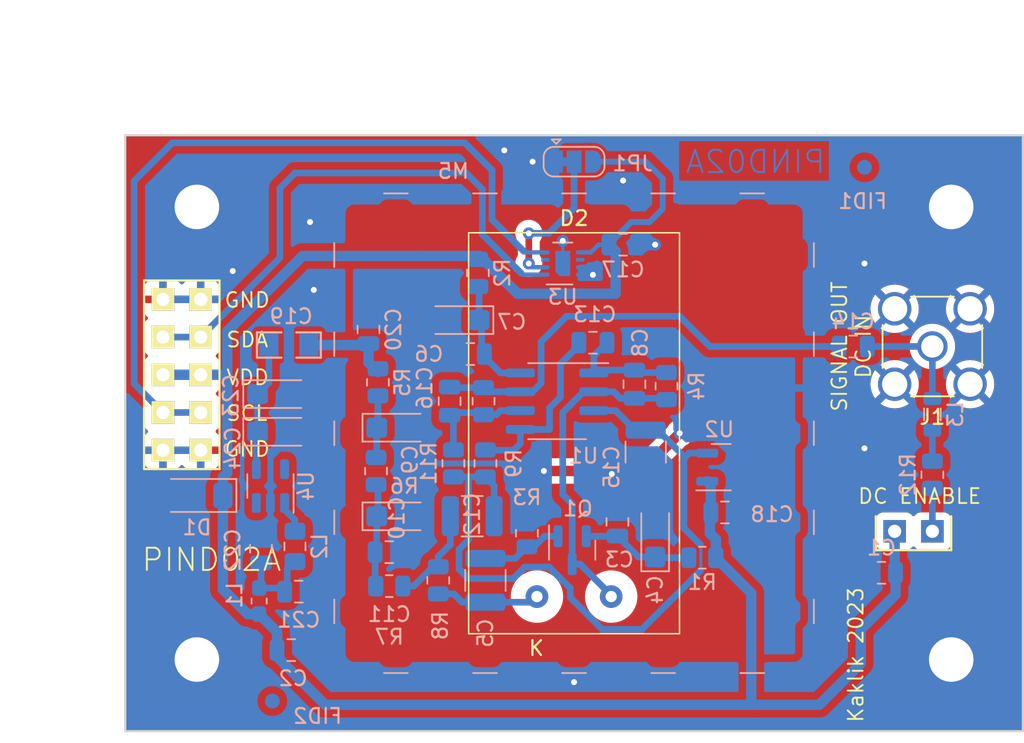
<source format=kicad_pcb>
(kicad_pcb (version 20221018) (generator pcbnew)
  (layers (0 "F.Cu" signal) (31 "B.Cu" signal) (34 "B.Paste" user) (35 "F.Paste" user) (36 "B.SilkS" user "B.Silkscreen") (37 "F.SilkS" user "F.Silkscreen") (38 "B.Mask" user) (39 "F.Mask" user) (44 "Edge.Cuts" user))
  (net 0 "")
  (net 1 "+5V")
  (net 2 "GND")
  (net 3 "VDD")
  (net 4 "Net-(Q1-D)")
  (net 5 "Net-(Q1-S)")
  (net 6 "/K")
  (net 7 "Net-(U1B-V+)")
  (net 8 "Net-(C13-Pad2)")
  (net 9 "/A")
  (net 10 "Net-(C9-Pad1)")
  (net 11 "Net-(C10-Pad1)")
  (net 12 "Net-(C12-Pad1)")
  (net 13 "/REF")
  (net 14 "Net-(U1B-+)")
  (net 15 "Net-(J1-In)")
  (net 16 "Net-(C14-Pad2)")
  (net 17 "Net-(U1B--)")
  (net 18 "Net-(U4-VOUT)")
  (net 19 "Net-(C21-Pad1)")
  (net 20 "Net-(U3-SDA)")
  (net 21 "Net-(U3-SCL)")
  (net 22 "Net-(J3-Pad2)")
  (net 23 "Net-(JP1-C)")
  (net 24 "Net-(U4-SW)")
  (net 25 "Net-(L3-Pad1)")
  (net 30 "GNDA")
  (footprint "Mlab_Pin_Headers:Straight_2x05" (layer "F.Cu") (at 122.084 101.063)
    (fp_text reference "J2" hide)
    (fp_text value "MLAB I2C interface" hide)
  )
  (footprint "Mlab_Mechanical:MountingHole_3mm" (layer "F.Cu") (at 173.9 89.76)
    (fp_text reference "M2" hide)
    (fp_text value "HOLE M3" hide)
  )
  (footprint "Mlab_Pin_Headers:Straight_2x01" (layer "F.Cu") (at 171.36 111.604)
    (fp_text reference "J3" hide)
    (fp_text value "HEADER_2x01" hide)
  )
  (footprint "Mlab_Mechanical:MountingHole_3mm" (layer "F.Cu") (at 173.9 120.24)
    (fp_text reference "M4" hide)
    (fp_text value "HOLE" hide)
  )
  (footprint "Connector_Coaxial:SMA_Amphenol_901-144_Vertical" (layer "F.Cu") (at 172.63 99.158 180)
    (fp_text reference "J1")
    (fp_text value "Conn_Coaxial")
  )
  (footprint "Mlab_Mechanical:MountingHole_3mm" (layer "F.Cu") (at 123.1 120.24)
    (fp_text reference "M3" hide)
    (fp_text value "HOLE" hide)
  )
  (footprint "Mlab_Mechanical:MountingHole_3mm" (layer "F.Cu") (at 123.1 89.76)
    (fp_text reference "M1" hide)
    (fp_text value "HOLE M3" hide)
  )
  (footprint "Mlab_D:HAMAMATSU_S2744-09" (layer "F.Cu") (at 148.5 105 90)
    (fp_text reference "D2")
    (fp_text value "S2744-09" hide)
  )
  (footprint "Capacitor_SMD:C_0805_2012Metric" (layer "B.Cu") (at 127.418 112.777 90)
    (fp_text reference "C22")
    (fp_text value "100nF")
  )
  (footprint "Inductor_SMD:L_0805_2012Metric" (layer "B.Cu") (at 172.630001 103.73 90)
    (fp_text reference "L3")
    (fp_text value "L")
  )
  (footprint "Capacitor_SMD:C_0805_2012Metric" (layer "B.Cu") (at 151.421 110.969 90)
    (fp_text reference "C3")
    (fp_text value "100nF")
  )
  (footprint "Inductor_SMD:L_0805_2012Metric_Pad1.15x1.40mm_HandSolder" (layer "B.Cu") (at 129.704 112.62 90)
    (fp_text reference "L2")
    (fp_text value "DFE252012P-4R7M")
  )
  (footprint "NetTie:NetTie-2_SMD_Pad0.5mm" (layer "B.Cu") (at 163.74 101.952)
    (fp_text reference "JP2" hide)
    (fp_text value "Jumper_2_Bridged" hide)
  )
  (footprint "Capacitor_SMD:C_0805_2012Metric" (layer "B.Cu") (at 134.657 98.015 90)
    (fp_text reference "C20")
    (fp_text value "100nF")
  )
  (footprint "Resistor_SMD:R_0805_2012Metric" (layer "B.Cu") (at 139.356 114.906 90)
    (fp_text reference "R8")
    (fp_text value "4k7")
  )
  (footprint "Resistor_SMD:R_0805_2012Metric" (layer "B.Cu") (at 172.63 107.794 -90)
    (fp_text reference "R12")
    (fp_text value "100")
  )
  (footprint "Capacitor_SMD:C_0805_2012Metric" (layer "B.Cu") (at 169.201 114.398 180)
    (fp_text reference "C1")
    (fp_text value "10uF")
  )
  (footprint "Capacitor_SMD:C_0805_2012Metric" (layer "B.Cu") (at 152.564 101.698 -90)
    (fp_text reference "C8")
    (fp_text value "1pF/NP0 251R15S1R0AV4E")
  )
  (footprint "Capacitor_SMD:C_0805_2012Metric" (layer "B.Cu") (at 129.958 115.668)
    (fp_text reference "C21")
    (fp_text value "10uF")
  )
  (footprint "Capacitor_SMD:C_0805_2012Metric" (layer "B.Cu") (at 136.054 113.009)
    (fp_text reference "C11")
    (fp_text value "100nF")
  )
  (footprint "Diode_SMD:D_MiniMELF" (layer "B.Cu") (at 123.1 109.191 180)
    (fp_text reference "D1")
    (fp_text value "BZV55C-6,2V")
  )
  (footprint "Resistor_SMD:R_0805_2012Metric" (layer "B.Cu") (at 142.404 102.841 -90)
    (fp_text reference "R10" hide)
    (fp_text value "4k7")
  )
  (footprint "Resistor_SMD:R_0805_2012Metric" (layer "B.Cu") (at 142.531 107.032 90)
    (fp_text reference "R9")
    (fp_text value "10k")
  )
  (footprint "Resistor_SMD:R_0805_2012Metric" (layer "B.Cu") (at 135.165 107.548 90)
    (fp_text reference "R6")
    (fp_text value "4k7")
  )
  (footprint "Capacitor_SMD:C_1210_3225Metric" (layer "B.Cu") (at 141.642 110.588)
    (fp_text reference "C12")
    (fp_text value "1uF")
  )
  (footprint "Mlab_L:FIR_0805" (layer "B.Cu") (at 129.295 99.061)
    (fp_text reference "C19")
    (fp_text value "NFM21PC105-1uF" hide)
  )
  (footprint "Fiducial:Fiducial_1mm_Mask2mm" (layer "B.Cu") (at 168.058 87.093 180)
    (fp_text reference "FID1")
    (fp_text value "Fiducial")
  )
  (footprint "Capacitor_Tantalum_SMD:CP_EIA-3216-18_Kemet-A" (layer "B.Cu") (at 136.562 110.596)
    (fp_text reference "C10")
    (fp_text value "10uF")
  )
  (footprint "Package_TO_SOT_SMD:SOT-23" (layer "B.Cu") (at 148.373 112.874 -90)
    (fp_text reference "Q1")
    (fp_text value "2SK2394-6")
  )
  (footprint "Capacitor_Tantalum_SMD:CP_EIA-3216-18_Kemet-A" (layer "B.Cu") (at 128.533 102.363)
    (fp_text reference "C23")
    (fp_text value "10uF")
  )
  (footprint "Capacitor_SMD:C_0805_2012Metric" (layer "B.Cu") (at 149.77 98.904)
    (fp_text reference "C13")
    (fp_text value "100nF")
  )
  (footprint "Capacitor_SMD:C_0805_2012Metric" (layer "B.Cu") (at 151.802 92.3)
    (fp_text reference "C17")
    (fp_text value "100nF")
  )
  (footprint "RF_Shielding:Laird_Technologies_BMI-S-204-F_32.00x32.00mm" (layer "B.Cu") (at 148.5 105 180)
    (fp_text reference "M5")
    (fp_text value "RFShield_TwoPieces")
  )
  (footprint "Capacitor_SMD:C_1210_3225Metric" (layer "B.Cu") (at 153.326 106.27 -90)
    (fp_text reference "C15")
    (fp_text value "1uF")
  )
  (footprint "Capacitor_SMD:C_0805_2012Metric" (layer "B.Cu") (at 158.66 110.334)
    (fp_text reference "C18")
    (fp_text value "100nF")
  )
  (footprint "Sensor_Humidity:Sensirion_DFN-8-1EP_2.5x2.5mm_P0.5mm_EP1.1x1.7mm" (layer "B.Cu") (at 147.738 93.57)
    (fp_text reference "U3")
    (fp_text value "SHT31-DIS")
  )
  (footprint "Resistor_SMD:R_0805_2012Metric" (layer "B.Cu") (at 135.292 101.571 90)
    (fp_text reference "R5")
    (fp_text value "4k7")
  )
  (footprint "Fiducial:Fiducial_1mm_Mask2mm" (layer "B.Cu") (at 128.18 123.034 180)
    (fp_text reference "FID2")
    (fp_text value "Fiducial")
  )
  (footprint "Resistor_SMD:R_0805_2012Metric" (layer "B.Cu") (at 140.372 107.032 -90)
    (fp_text reference "R11")
    (fp_text value "1k")
  )
  (footprint "Package_TO_SOT_SMD:SOT-23" (layer "B.Cu") (at 158.406 107.286)
    (fp_text reference "U2")
    (fp_text value "ISL21080DIH312Z-TK")
  )
  (footprint "Capacitor_Tantalum_SMD:CP_EIA-3216-18_Kemet-A" (layer "B.Cu") (at 136.562 104.627)
    (fp_text reference "C9")
    (fp_text value "10uF")
  )
  (footprint "Resistor_SMD:R_0805_2012Metric" (layer "B.Cu") (at 154.723 101.825 -90)
    (fp_text reference "R4")
    (fp_text value "10M")
  )
  (footprint "Capacitor_SMD:C_0805_2012Metric" (layer "B.Cu") (at 141.515 99.666 180)
    (fp_text reference "C6")
    (fp_text value "100nF")
  )
  (footprint "Capacitor_SMD:C_0805_2012Metric" (layer "B.Cu") (at 129.45 119.605)
    (fp_text reference "C2")
    (fp_text value "100nF")
  )
  (footprint "Capacitor_Tantalum_SMD:CP_EIA-3216-18_Kemet-A" (layer "B.Cu") (at 153.961 111.985 90)
    (fp_text reference "C4")
    (fp_text value "10uF")
  )
  (footprint "Resistor_SMD:R_0805_2012Metric" (layer "B.Cu") (at 142.023 94.205 90)
    (fp_text reference "R2")
    (fp_text value "470R")
  )
  (footprint "Package_TO_SOT_SMD:SOT-23-5" (layer "B.Cu") (at 128.053 108.556 90)
    (fp_text reference "U4")
    (fp_text value "TPS613222ADBV")
  )
  (footprint "Resistor_SMD:R_0805_2012Metric" (layer "B.Cu") (at 157.136 113.382)
    (fp_text reference "R1")
    (fp_text value "470R")
  )
  (footprint "Capacitor_SMD:C_0805_2012Metric" (layer "B.Cu") (at 167.296 99.158 180)
    (fp_text reference "C14")
    (fp_text value "100nF")
  )
  (footprint "Capacitor_Tantalum_SMD:CP_EIA-3216-18_Kemet-A" (layer "B.Cu") (at 140.753 97.38 180)
    (fp_text reference "C7")
    (fp_text value "10uF")
  )
  (footprint "Package_SO:SOIC-8_3.9x4.9mm_P1.27mm" (layer "B.Cu") (at 147.357 102.841 180)
    (fp_text reference "U1")
    (fp_text value "OPA2314")
  )
  (footprint "Capacitor_Tantalum_SMD:CP_EIA-3216-18_Kemet-A" (layer "B.Cu") (at 128.533 104.903)
    (fp_text reference "C24")
    (fp_text value "10uF")
  )
  (footprint "Capacitor_SMD:C_0805_2012Metric" (layer "B.Cu") (at 140.118 102.841 -90)
    (fp_text reference "C16")
    (fp_text value "3n3")
  )
  (footprint "Resistor_SMD:R_0805_2012Metric" (layer "B.Cu") (at 145.325 111.731 90)
    (fp_text reference "R3")
    (fp_text value "4k7")
  )
  (footprint "Inductor_SMD:L_0603_1608Metric_Pad1.05x0.95mm_HandSolder" (layer "B.Cu") (at 127.291 116.303 90)
    (fp_text reference "L1")
    (fp_text value "NL03KT330")
  )
  (footprint "Capacitor_SMD:C_1210_3225Metric" (layer "B.Cu") (at 142.531 114.906 -90)
    (fp_text reference "C5")
    (fp_text value "1uF")
  )
  (footprint "Jumper:SolderJumper-3_P1.3mm_Bridged12_RoundedPad1.0x1.5mm" (layer "B.Cu") (at 148.5 86.712)
    (fp_text reference "JP1")
    (fp_text value "Address select")
  )
  (footprint "Resistor_SMD:R_0805_2012Metric" (layer "B.Cu") (at 136.054 115.295 180)
    (fp_text reference "R7")
    (fp_text value "4k7")
  )
  (gr_rect (start 118.274 84.934) (end 178.726 125.066) (stroke (width 0.15)) (fill none) (layer "Edge.Cuts"))
  (gr_text "PIND02A" (at 165.518 87.601) (layer "B.Cu") (effects (font (size 1.5 1.5) (thickness 0.127)) (justify left bottom mirror)))
  (gr_text "SDA" (at 125.005 99.285) (layer "F.SilkS") (effects (font (size 1 1) (thickness 0.127)) (justify left bottom)))
  (gr_text "VDD" (at 125.005 101.825) (layer "F.SilkS") (effects (font (size 1 1) (thickness 0.127)) (justify left bottom)))
  (gr_text "DC ENABLE" (at 167.55 109.826) (layer "F.SilkS") (effects (font (size 1 1) (thickness 0.127)) (justify left bottom)))
  (gr_text "GND" (at 124.878 106.651) (layer "F.SilkS") (effects (font (size 1 1) (thickness 0.127)) (justify left bottom)))
  (gr_text "SIGNAL OUT\nDC IN" (at 168.566 99.158 90) (layer "F.SilkS") (effects (font (size 1 1) (thickness 0.127)) (justify bottom)))
  (gr_text "Kaklik 2023" (at 168.058 124.558 90) (layer "F.SilkS") (effects (font (size 1 1) (thickness 0.127)) (justify left bottom)))
  (gr_text "PIND02A" (at 119.29 114.398) (layer "F.SilkS") (effects (font (size 1.5 1.5) (thickness 0.127)) (justify left bottom)))
  (gr_text "SCL" (at 125.005 104.238) (layer "F.SilkS") (effects (font (size 1 1) (thickness 0.127)) (justify left bottom)))
  (gr_text "GND" (at 124.878 96.618) (layer "F.SilkS") (effects (font (size 1 1) (thickness 0.127)) (justify left bottom)))
  (segment (start 134.657 100.238) (end 135.292 100.873) (width 0.7) (layer "B.Cu") (net 1))
  (segment (start 134.657 98.965) (end 134.657 100.238) (width 0.7) (layer "B.Cu") (net 1))
  (segment (start 130.645 99.061) (end 134.561 99.061) (width 0.7) (layer "B.Cu") (net 1))
  (segment (start 134.561 99.061) (end 134.657 98.965) (width 0.7) (layer "B.Cu") (net 1))
  (via (at 151.802 87.982) (size 0.8) (drill 0.4) (layers "F.Cu" "B.Cu") (net 2))
  (via (at 145.706 86.712002) (size 0.8) (drill 0.4) (layers "F.Cu" "B.Cu") (net 2))
  (via (at 168.058 106.016) (size 0.8) (drill 0.4) (layers "F.Cu" "B.Cu") (net 2))
  (via (at 153.961 92.3) (size 0.8) (drill 0.4) (layers "F.Cu" "B.Cu") (net 2))
  (via (at 168.058 93.57) (size 0.8) (drill 0.4) (layers "F.Cu" "B.Cu") (net 2))
  (via (at 143.801 85.95) (size 0.8) (drill 0.4) (layers "F.Cu" "B.Cu") (net 2))
  (via (at 125.513 94.078) (size 0.8) (drill 0.4) (layers "F.Cu" "B.Cu") (net 2))
  (via (at 149.77 94.332) (size 0.8) (drill 0.4) (layers "F.Cu" "B.Cu") (net 2))
  (via (at 130.974 95.348) (size 0.8) (drill 0.4) (layers "F.Cu" "B.Cu") (net 2))
  (via (at 130.72 90.776) (size 0.8) (drill 0.4) (layers "F.Cu" "B.Cu") (net 2))
  (via (at 147.738 92.046) (size 0.8) (drill 0.4) (layers "F.Cu" "B.Cu") (net 2))
  (via (at 148.5 121.764) (size 0.8) (drill 0.4) (layers "F.Cu" "B.Cu") (net 2))
  (segment (start 151.5 88.284) (end 151.802 87.982) (width 0.4) (layer "B.Cu") (net 2))
  (segment (start 129.883 102.363) (end 129.295 101.775) (width 0.3) (layer "B.Cu") (net 2))
  (segment (start 129.295 101.775) (end 129.295 99.061) (width 0.3) (layer "B.Cu") (net 2))
  (segment (start 148.913 94.32) (end 148.913 93.945) (width 0.2) (layer "B.Cu") (net 2))
  (segment (start 148.913 94.32) (end 149.758 94.32) (width 0.2) (layer "B.Cu") (net 2))
  (segment (start 128.053 106.64534) (end 129.79534 104.903) (width 0.4) (layer "B.Cu") (net 2))
  (segment (start 152.752 92.3) (end 153.961 92.3) (width 0.7) (layer "B.Cu") (net 2))
  (segment (start 147.738 93.57) (end 147.738 92.046) (width 0.2) (layer "B.Cu") (net 2))
  (segment (start 129.79534 104.903) (end 129.883 104.903) (width 0.4) (layer "B.Cu") (net 2))
  (segment (start 128.053 109.6935) (end 128.053 106.64534) (width 0.4) (layer "B.Cu") (net 2))
  (segment (start 128.053 109.6935) (end 128.053 111.192) (width 0.4) (layer "B.Cu") (net 2))
  (segment (start 128.053 111.192) (end 127.418 111.827) (width 0.4) (layer "B.Cu") (net 2))
  (segment (start 149.758 94.32) (end 149.77 94.332) (width 0.2) (layer "B.Cu") (net 2))
  (segment (start 151.5 89.1) (end 151.5 88.284) (width 0.4) (layer "B.Cu") (net 2))
  (segment (start 123.838 101.063) (end 123.354 101.063) (width 0.7) (layer "F.Cu") (net 3))
  (segment (start 151.294 92.742) (end 150.852 92.3) (width 0.7) (layer "B.Cu") (net 3))
  (segment (start 170.151 114.398) (end 170.151 115.861) (width 0.7) (layer "B.Cu") (net 3))
  (segment (start 150.852 92.3) (end 150.151 92.3) (width 0.3) (layer "B.Cu") (net 3))
  (segment (start 157.4685 108.236) (end 157.71 108.4775) (width 0.7) (layer "B.Cu") (net 3))
  (segment (start 124.816 101.063) (end 123.354 101.063) (width 0.7) (layer "B.Cu") (net 3))
  (segment (start 128.5 118.387) (end 127.291 117.178) (width 0.7) (layer "B.Cu") (net 3))
  (segment (start 160.438 115.7715) (end 160.438 118.716) (width 0.7) (layer "B.Cu") (net 3))
  (segment (start 167.804 118.208) (end 167.804 120.494) (width 0.7) (layer "B.Cu") (net 3))
  (segment (start 124.85 115.513) (end 124.85 109.191) (width 0.7) (layer "B.Cu") (net 3))
  (segment (start 150.852 92.3) (end 150.457 92.695) (width 0.2) (layer "B.Cu") (net 3))
  (segment (start 154.469 89.887) (end 153.58 90.776) (width 0.4) (layer "B.Cu") (net 3))
  (segment (start 124.85 107.961098) (end 125.144098 107.667) (width 0.7) (layer "B.Cu") (net 3))
  (segment (start 144.69 95.602) (end 151.294 95.602) (width 0.7) (layer "B.Cu") (net 3))
  (segment (start 170.09 111.604) (end 170.09 114.337) (width 0.7) (layer "B.Cu") (net 3))
  (segment (start 152.348918 90.776) (end 150.852 92.272918) (width 0.4) (layer "B.Cu") (net 3))
  (segment (start 150.852 92.272918) (end 150.852 92.3) (width 0.4) (layer "B.Cu") (net 3))
  (segment (start 165.01 123.288) (end 160.438 123.288) (width 0.7) (layer "B.Cu") (net 3))
  (segment (start 153.58 90.776) (end 152.348918 90.776) (width 0.4) (layer "B.Cu") (net 3))
  (segment (start 149.8 86.712) (end 153.326 86.712) (width 0.4) (layer "B.Cu") (net 3))
  (segment (start 131.736 123.288) (end 128.5 120.052) (width 0.7) (layer "B.Cu") (net 3))
  (segment (start 126.515 117.178) (end 124.85 115.513) (width 0.7) (layer "B.Cu") (net 3))
  (segment (start 160.438 123.288) (end 131.736 123.288) (width 0.7) (layer "B.Cu") (net 3))
  (segment (start 167.804 120.494) (end 165.01 123.288) (width 0.7) (layer "B.Cu") (net 3))
  (segment (start 151.294 95.602) (end 151.294 92.742) (width 0.7) (layer "B.Cu") (net 3))
  (segment (start 127.291 117.178) (end 126.515 117.178) (width 0.7) (layer "B.Cu") (net 3))
  (segment (start 154.469 87.855) (end 154.469 89.887) (width 0.4) (layer "B.Cu") (net 3))
  (segment (start 125.144098 107.667) (end 125.144098 98.129902) (width 0.7) (layer "B.Cu") (net 3))
  (segment (start 157.71 108.4775) (end 157.71 110.334) (width 0.7) (layer "B.Cu") (net 3))
  (segment (start 153.326 86.712) (end 154.469 87.855) (width 0.4) (layer "B.Cu") (net 3))
  (segment (start 150.151 92.3) (end 149.631 92.82) (width 0.3) (layer "B.Cu") (net 3))
  (segment (start 130.212 93.062) (end 138.086 93.062) (width 0.7) (layer "B.Cu") (net 3))
  (segment (start 128.5 119.605) (end 128.5 118.387) (width 0.7) (layer "B.Cu") (net 3))
  (segment (start 128.5 120.052) (end 128.5 119.605) (width 0.7) (layer "B.Cu") (net 3))
  (segment (start 170.09 114.337) (end 170.151 114.398) (width 0.7) (layer "B.Cu") (net 3))
  (segment (start 170.151 115.861) (end 167.804 118.208) (width 0.7) (layer "B.Cu") (net 3))
  (segment (start 123.354 101.063) (end 120.814 101.063) (width 0.7) (layer "B.Cu") (net 3))
  (segment (start 142.15 93.062) (end 144.69 95.602) (width 0.7) (layer "B.Cu") (net 3))
  (segment (start 157.644 110.4) (end 157.71 110.334) (width 0.7) (layer "B.Cu") (net 3))
  (segment (start 158.0485 113.382) (end 160.438 115.7715) (width 0.7) (layer "B.Cu") (net 3))
  (segment (start 125.144098 98.129902) (end 130.212 93.062) (width 0.7) (layer "B.Cu") (net 3))
  (segment (start 138.086 93.062) (end 142.15 93.062) (width 0.7) (layer "B.Cu") (net 3))
  (segment (start 158.0485 112.1355) (end 157.644 111.731) (width 0.7) (layer "B.Cu") (net 3))
  (segment (start 160.438 123.288) (end 160.438 118.716) (width 0.7) (layer "B.Cu") (net 3))
  (segment (start 124.85 109.191) (end 124.85 107.961098) (width 0.7) (layer "B.Cu") (net 3))
  (segment (start 158.0485 113.382) (end 158.0485 112.1355) (width 0.7) (layer "B.Cu") (net 3))
  (segment (start 149.631 92.82) (end 148.913 92.82) (width 0.3) (layer "B.Cu") (net 3))
  (segment (start 157.644 111.731) (end 157.644 110.4) (width 0.7) (layer "B.Cu") (net 3))
  (segment (start 149.323 111.9365) (end 151.4035 111.9365) (width 0.45) (layer "B.Cu") (net 4))
  (segment (start 153.961 113.335) (end 154.008 113.382) (width 0.45) (layer "B.Cu") (net 4))
  (segment (start 152.837 113.335) (end 151.421 111.919) (width 0.45) (layer "B.Cu") (net 4))
  (segment (start 151.4035 111.9365) (end 151.421 111.919) (width 0.45) (layer "B.Cu") (net 4))
  (segment (start 154.008 113.382) (end 156.311 113.382) (width 0.45) (layer "B.Cu") (net 4))
  (segment (start 153.961 113.335) (end 152.837 113.335) (width 0.45) (layer "B.Cu") (net 4))
  (segment (start 142.834 113.128) (end 142.531 113.431) (width 0.45) (layer "B.Cu") (net 5))
  (segment (start 142.531 113.431) (end 144.5375 113.431) (width 0.45) (layer "B.Cu") (net 5))
  (segment (start 144.5375 113.431) (end 145.325 112.6435) (width 0.45) (layer "B.Cu") (net 5))
  (segment (start 145.8095 112.6435) (end 145.325 112.6435) (width 0.45) (layer "B.Cu") (net 5))
  (segment (start 147.423 111.9365) (end 146.5165 111.9365) (width 0.45) (layer "B.Cu") (net 5))
  (segment (start 146.5165 111.9365) (end 145.8095 112.6435) (width 0.45) (layer "B.Cu") (net 5))
  (segment (start 142.531 116.381) (end 140.958 116.381) (width 0.45) (layer "B.Cu") (net 6))
  (segment (start 142.531 116.381) (end 145.619 116.381) (width 0.45) (layer "B.Cu") (net 6))
  (segment (start 142.419 116.493) (end 142.531 116.381) (width 0.45) (layer "B.Cu") (net 6))
  (segment (start 140.958 116.381) (end 140.3955 115.8185) (width 0.45) (layer "B.Cu") (net 6))
  (segment (start 145.619 116.381) (end 146 116) (width 0.45) (layer "B.Cu") (net 6))
  (segment (start 140.3955 115.8185) (end 139.356 115.8185) (width 0.45) (layer "B.Cu") (net 6))
  (segment (start 142.277 97.554) (end 142.277 99.478) (width 0.45) (layer "B.Cu") (net 7))
  (segment (start 142.465 99.854) (end 143.547 100.936) (width 0.45) (layer "B.Cu") (net 7))
  (segment (start 142.103 95.1975) (end 142.023 95.1175) (width 0.45) (layer "B.Cu") (net 7))
  (segment (start 142.277 99.478) (end 142.465 99.666) (width 0.45) (layer "B.Cu") (net 7))
  (segment (start 143.547 100.936) (end 144.882 100.936) (width 0.45) (layer "B.Cu") (net 7))
  (segment (start 142.465 99.666) (end 142.465 99.854) (width 0.45) (layer "B.Cu") (net 7))
  (segment (start 142.103 97.38) (end 142.103 95.1975) (width 0.45) (layer "B.Cu") (net 7))
  (segment (start 142.103 97.38) (end 142.277 97.554) (width 0.45) (layer "B.Cu") (net 7))
  (segment (start 150.02 100.748) (end 149.832 100.936) (width 0.45) (layer "B.Cu") (net 8))
  (segment (start 149.832 99.792) (end 150.72 98.904) (width 0.45) (layer "B.Cu") (net 8))
  (segment (start 152.564 100.748) (end 150.02 100.748) (width 0.45) (layer "B.Cu") (net 8))
  (segment (start 154.723 100.9125) (end 152.7285 100.9125) (width 0.45) (layer "B.Cu") (net 8))
  (segment (start 152.7285 100.9125) (end 152.564 100.748) (width 0.45) (layer "B.Cu") (net 8))
  (segment (start 149.832 100.936) (end 149.832 99.792) (width 0.45) (layer "B.Cu") (net 8))
  (segment (start 149.135 102.206) (end 149.832 102.206) (width 0.45) (layer "B.Cu") (net 9))
  (segment (start 151.609 102.648) (end 152.564 102.648) (width 0.45) (layer "B.Cu") (net 9))
  (segment (start 154.6335 102.648) (end 154.723 102.7375) (width 0.45) (layer "B.Cu") (net 9))
  (segment (start 147.738 109.120414) (end 147.738 103.603) (width 0.45) (layer "B.Cu") (net 9))
  (segment (start 148.373 113.8115) (end 148.373 109.755414) (width 0.45) (layer "B.Cu") (net 9))
  (segment (start 149.832 102.206) (end 151.167 102.206) (width 0.45) (layer "B.Cu") (net 9))
  (segment (start 148.373 109.755414) (end 147.738 109.120414) (width 0.45) (layer "B.Cu") (net 9))
  (segment (start 151 116) (end 151 115.90625) (width 0.45) (layer "B.Cu") (net 9))
  (segment (start 148.90525 113.8115) (end 148.373 113.8115) (width 0.45) (layer "B.Cu") (net 9))
  (segment (start 151.167 102.206) (end 151.609 102.648) (width 0.45) (layer "B.Cu") (net 9))
  (segment (start 147.738 103.603) (end 149.135 102.206) (width 0.45) (layer "B.Cu") (net 9))
  (segment (start 151 115.90625) (end 148.90525 113.8115) (width 0.45) (layer "B.Cu") (net 9))
  (segment (start 152.564 102.648) (end 154.6335 102.648) (width 0.45) (layer "B.Cu") (net 9))
  (segment (start 135.292 104.547) (end 135.212 104.627) (width 0.45) (layer "B.Cu") (net 10))
  (segment (start 135.292 102.785) (end 135.292 104.547) (width 0.45) (layer "B.Cu") (net 10))
  (segment (start 135.212 106.389) (end 135.546 106.723) (width 0.45) (layer "B.Cu") (net 10))
  (segment (start 135.212 104.627) (end 135.212 106.389) (width 0.45) (layer "B.Cu") (net 10))
  (segment (start 135.104 114.785) (end 134.975 114.914) (width 0.45) (layer "B.Cu") (net 11))
  (segment (start 135.546 108.373) (end 135.292 108.627) (width 0.45) (layer "B.Cu") (net 11))
  (segment (start 135.212 110.596) (end 135.212 112.901) (width 0.45) (layer "B.Cu") (net 11))
  (segment (start 135.292 110.516) (end 135.212 110.596) (width 0.45) (layer "B.Cu") (net 11))
  (segment (start 135.292 108.627) (end 135.292 110.516) (width 0.45) (layer "B.Cu") (net 11))
  (segment (start 135.104 113.009) (end 135.104 114.785) (width 0.45) (layer "B.Cu") (net 11))
  (segment (start 135.212 112.901) (end 135.104 113.009) (width 0.45) (layer "B.Cu") (net 11))
  (segment (start 139.356 113.9935) (end 139.356 113.307168) (width 0.45) (layer "B.Cu") (net 12))
  (segment (start 138.9985 113.9935) (end 139.356 113.9935) (width 0.45) (layer "B.Cu") (net 12))
  (segment (start 139.356 113.307168) (end 140.167 112.496168) (width 0.45) (layer "B.Cu") (net 12))
  (segment (start 136.9665 115.295) (end 137.697 115.295) (width 0.45) (layer "B.Cu") (net 12))
  (segment (start 137.697 115.295) (end 138.9985 113.9935) (width 0.45) (layer "B.Cu") (net 12))
  (segment (start 140.167 112.496168) (end 140.167 110.588) (width 0.45) (layer "B.Cu") (net 12))
  (segment (start 139.864 110.891) (end 140.167 110.588) (width 0.45) (layer "B.Cu") (net 12))
  (segment (start 136.9665 115.295) (end 137.197 115.295) (width 0.45) (layer "B.Cu") (net 12))
  (segment (start 140.372 107.9445) (end 142.531 107.9445) (width 0.45) (layer "B.Cu") (net 13))
  (segment (start 157.036 114.236594) (end 157.005297 114.267297) (width 0.2) (layer "B.Cu") (net 13))
  (segment (start 140.756 114.144) (end 140.756 112.826406) (width 0.45) (layer "B.Cu") (net 13))
  (segment (start 155.896 106.905) (end 155.896 111.387406) (width 0.45) (layer "B.Cu") (net 13))
  (segment (start 157.005297 112.496703) (end 157.036 112.527406) (width 0.2) (layer "B.Cu") (net 13))
  (segment (start 143.117 110.588) (end 143.117 108.5305) (width 0.45) (layer "B.Cu") (net 13))
  (segment (start 143.117 108.5305) (end 142.531 107.9445) (width 0.45) (layer "B.Cu") (net 13))
  (segment (start 155.896 106.687) (end 156.247 106.336) (width 0.45) (layer "B.Cu") (net 13))
  (segment (start 153.064594 118.208) (end 150.397957 118.208) (width 0.45) (layer "B.Cu") (net 13))
  (segment (start 145.176957 114.013) (end 144.407957 114.782) (width 0.45) (layer "B.Cu") (net 13))
  (segment (start 155.896 106.554) (end 154.137 104.795) (width 0.45) (layer "B.Cu") (net 13))
  (segment (start 143.117 110.588) (end 142.994406 110.588) (width 0.45) (layer "B.Cu") (net 13))
  (segment (start 149.832 103.476) (end 151.294 103.476) (width 0.45) (layer "B.Cu") (net 13))
  (segment (start 155.896 106.905) (end 155.896 106.687) (width 0.45) (layer "B.Cu") (net 13))
  (segment (start 146.823043 114.013) (end 145.176957 114.013) (width 0.45) (layer "B.Cu") (net 13))
  (segment (start 157.005297 114.267297) (end 153.064594 118.208) (width 0.45) (layer "B.Cu") (net 13))
  (segment (start 152.613 104.795) (end 153.326 104.795) (width 0.45) (layer "B.Cu") (net 13))
  (segment (start 155.896 106.905) (end 155.896 106.554) (width 0.45) (layer "B.Cu") (net 13))
  (segment (start 150.397957 118.208) (end 148.246 116.056043) (width 0.45) (layer "B.Cu") (net 13))
  (segment (start 151.294 103.476) (end 152.613 104.795) (width 0.45) (layer "B.Cu") (net 13))
  (segment (start 141.394 114.782) (end 140.756 114.144) (width 0.45) (layer "B.Cu") (net 13))
  (segment (start 140.756 112.826406) (end 141.388 112.194406) (width 0.45) (layer "B.Cu") (net 13))
  (segment (start 148.246 115.435957) (end 146.823043 114.013) (width 0.45) (layer "B.Cu") (net 13))
  (segment (start 141.388 107.9445) (end 140.372 107.9445) (width 0.45) (layer "B.Cu") (net 13))
  (segment (start 157.4685 106.336) (end 156.247 106.336) (width 0.45) (layer "B.Cu") (net 13))
  (segment (start 141.388 112.194406) (end 141.388 107.9445) (width 0.45) (layer "B.Cu") (net 13))
  (segment (start 155.896 111.387406) (end 157.005297 112.496703) (width 0.45) (layer "B.Cu") (net 13))
  (segment (start 157.036 112.527406) (end 157.036 114.236594) (width 0.2) (layer "B.Cu") (net 13))
  (segment (start 148.246 116.056043) (end 148.246 115.435957) (width 0.45) (layer "B.Cu") (net 13))
  (segment (start 154.137 104.795) (end 153.326 104.795) (width 0.45) (layer "B.Cu") (net 13))
  (segment (start 144.407957 114.782) (end 141.394 114.782) (width 0.45) (layer "B.Cu") (net 13))
  (segment (start 146.849 103.297173) (end 147.582 102.564173) (width 0.45) (layer "B.Cu") (net 14))
  (segment (start 144.882 105.697) (end 144.882 104.746) (width 0.45) (layer "B.Cu") (net 14))
  (segment (start 142.531 106.1195) (end 142.5545 106.143) (width 0.45) (layer "B.Cu") (net 14))
  (segment (start 142.5545 106.143) (end 144.436 106.143) (width 0.45) (layer "B.Cu") (net 14))
  (segment (start 148.82 99.092) (end 148.82 98.904) (width 0.45) (layer "B.Cu") (net 14))
  (segment (start 144.882 104.746) (end 146.849 104.746) (width 0.45) (layer "B.Cu") (net 14))
  (segment (start 144.436 106.143) (end 144.882 105.697) (width 0.45) (layer "B.Cu") (net 14))
  (segment (start 147.582 100.33) (end 148.82 99.092) (width 0.45) (layer "B.Cu") (net 14))
  (segment (start 146.849 104.746) (end 146.849 103.297173) (width 0.45) (layer "B.Cu") (net 14))
  (segment (start 147.582 102.564173) (end 147.582 100.33) (width 0.45) (layer "B.Cu") (net 14))
  (segment (start 172.63 99.158) (end 172.630001 102.6675) (width 0.45) (layer "B.Cu") (net 15))
  (segment (start 172.63 99.158) (end 168.246 99.158) (width 0.45) (layer "B.Cu") (net 15))
  (segment (start 155.612 97.126) (end 147.992 97.126) (width 0.45) (layer "B.Cu") (net 16))
  (segment (start 147.992 97.126) (end 146.282 98.836) (width 0.45) (layer "B.Cu") (net 16))
  (segment (start 144.882 102.206) (end 142.6815 102.206) (width 0.45) (layer "B.Cu") (net 16))
  (segment (start 142.6815 102.206) (end 142.404 101.9285) (width 0.45) (layer "B.Cu") (net 16))
  (segment (start 166.346 99.158) (end 157.644 99.158) (width 0.45) (layer "B.Cu") (net 16))
  (segment (start 146.282 98.836) (end 146.282 101.63) (width 0.45) (layer "B.Cu") (net 16))
  (segment (start 157.644 99.158) (end 155.612 97.126) (width 0.45) (layer "B.Cu") (net 16))
  (segment (start 140.5095 101.9285) (end 140.372 102.066) (width 0.45) (layer "B.Cu") (net 16))
  (segment (start 142.404 101.9285) (end 140.5095 101.9285) (width 0.45) (layer "B.Cu") (net 16))
  (segment (start 146.282 101.63) (end 145.706 102.206) (width 0.45) (layer "B.Cu") (net 16))
  (segment (start 145.706 102.206) (end 144.882 102.206) (width 0.45) (layer "B.Cu") (net 16))
  (segment (start 143.547 103.476) (end 144.882 103.476) (width 0.45) (layer "B.Cu") (net 17))
  (segment (start 142.2665 103.616) (end 142.404 103.7535) (width 0.45) (layer "B.Cu") (net 17))
  (segment (start 140.372 106.1195) (end 140.372 104.045) (width 0.45) (layer "B.Cu") (net 17))
  (segment (start 140.372 104.045) (end 140.118 103.791) (width 0.45) (layer "B.Cu") (net 17))
  (segment (start 140.372 103.616) (end 142.2665 103.616) (width 0.45) (layer "B.Cu") (net 17))
  (segment (start 142.404 103.7535) (end 143.2695 103.7535) (width 0.45) (layer "B.Cu") (net 17))
  (segment (start 143.2695 103.7535) (end 143.547 103.476) (width 0.45) (layer "B.Cu") (net 17))
  (segment (start 127.183 104.903) (end 127.183 102.363) (width 0.45) (layer "B.Cu") (net 18))
  (segment (start 127.945 101.601) (end 127.945 99.061) (width 0.45) (layer "B.Cu") (net 18))
  (segment (start 127.183 102.363) (end 127.945 101.601) (width 0.45) (layer "B.Cu") (net 18))
  (segment (start 127.103 104.983) (end 127.183 104.903) (width 0.45) (layer "B.Cu") (net 18))
  (segment (start 127.103 107.4185) (end 127.103 104.983) (width 0.45) (layer "B.Cu") (net 18))
  (segment (start 127.291 115.428) (end 128.943 115.428) (width 0.45) (layer "B.Cu") (net 19))
  (segment (start 128.943 115.428) (end 129.183 115.668) (width 0.45) (layer "B.Cu") (net 19))
  (segment (start 129.183 114.166) (end 129.704 113.645) (width 0.45) (layer "B.Cu") (net 19))
  (segment (start 129.183 115.668) (end 129.183 114.166) (width 0.45) (layer "B.Cu") (net 19))
  (segment (start 127.291 115.428) (end 127.418 115.301) (width 0.45) (layer "B.Cu") (net 19))
  (segment (start 127.418 115.301) (end 127.418 113.552) (width 0.45) (layer "B.Cu") (net 19))
  (segment (start 123.354 98.523) (end 128.688 93.189) (width 0.45) (layer "B.Cu") (net 20))
  (segment (start 141.230762 87.474) (end 142.325 88.568238) (width 0.45) (layer "B.Cu") (net 20))
  (segment (start 145.035272 94.32) (end 144.932136 94.216864) (width 0.3) (layer "B.Cu") (net 20))
  (segment (start 129.704 87.474) (end 141.230762 87.474) (width 0.45) (layer "B.Cu") (net 20))
  (segment (start 142.325 91.609727) (end 144.932136 94.216864) (width 0.45) (layer "B.Cu") (net 20))
  (segment (start 146.563 94.32) (end 145.035272 94.32) (width 0.3) (layer "B.Cu") (net 20))
  (segment (start 123.354 98.523) (end 120.814 98.523) (width 0.45) (layer "B.Cu") (net 20))
  (segment (start 142.325 88.568238) (end 142.325 91.609727) (width 0.45) (layer "B.Cu") (net 20))
  (segment (start 128.688 88.49) (end 129.704 87.474) (width 0.45) (layer "B.Cu") (net 20))
  (segment (start 128.688 93.189) (end 128.688 88.49) (width 0.45) (layer "B.Cu") (net 20))
  (segment (start 118.875 88.009947) (end 121.442947 85.442) (width 0.45) (layer "B.Cu") (net 21))
  (segment (start 142.975 90.609727) (end 145.110273 92.745) (width 0.45) (layer "B.Cu") (net 21))
  (segment (start 145.110273 92.745) (end 145.185273 92.82) (width 0.3) (layer "B.Cu") (net 21))
  (segment (start 145.185273 92.82) (end 146.563 92.82) (width 0.3) (layer "B.Cu") (net 21))
  (segment (start 120.814 103.603) (end 118.875 101.664) (width 0.45) (layer "B.Cu") (net 21))
  (segment (start 142.975 87.283) (end 142.975 90.609727) (width 0.45) (layer "B.Cu") (net 21))
  (segment (start 123.354 103.603) (end 120.814 103.603) (width 0.45) (layer "B.Cu") (net 21))
  (segment (start 121.442947 85.442) (end 141.134 85.442) (width 0.45) (layer "B.Cu") (net 21))
  (segment (start 141.134 85.442) (end 142.975 87.283) (width 0.45) (layer "B.Cu") (net 21))
  (segment (start 118.875 101.664) (end 118.875 88.009947) (width 0.45) (layer "B.Cu") (net 21))
  (segment (start 172.63 108.7065) (end 172.63 111.604) (width 0.45) (layer "B.Cu") (net 22))
  (segment (start 145.452 91.538) (end 145.452 93.57) (width 0.45) (layer "F.Cu") (net 23))
  (via (at 145.452 91.538) (size 0.8) (drill 0.4) (layers "F.Cu" "B.Cu") (net 23))
  (via (at 145.452 93.57) (size 0.8) (drill 0.4) (layers "F.Cu" "B.Cu") (net 23))
  (segment (start 146.796431 91.538) (end 145.452 91.538) (width 0.45) (layer "B.Cu") (net 23))
  (segment (start 146.563 93.82) (end 145.702 93.82) (width 0.3) (layer "B.Cu") (net 23))
  (segment (start 145.702 93.82) (end 145.452 93.57) (width 0.3) (layer "B.Cu") (net 23))
  (segment (start 148.5 89.834431) (end 146.796431 91.538) (width 0.45) (layer "B.Cu") (net 23))
  (segment (start 148.5 86.712) (end 148.5 89.834431) (width 0.45) (layer "B.Cu") (net 23))
  (segment (start 129.003 109.6935) (end 129.003 110.141) (width 0.45) (layer "B.Cu") (net 24))
  (segment (start 129.704 110.842) (end 129.704 111.595) (width 0.45) (layer "B.Cu") (net 24))
  (segment (start 129.003 110.141) (end 129.704 110.842) (width 0.45) (layer "B.Cu") (net 24))
  (segment (start 172.630001 106.881499) (end 172.63 106.8815) (width 0.45) (layer "B.Cu") (net 25))
  (segment (start 172.630001 104.7925) (end 172.630001 106.881499) (width 0.45) (layer "B.Cu") (net 25))
  (segment (start 151.04 107.745) (end 152.867 107.745) (width 0.7) (layer "F.Cu") (net 30))
  (segment (start 150.835 107.54) (end 151.04 107.745) (width 0.7) (layer "F.Cu") (net 30))
  (segment (start 146.468 107.54) (end 150.835 107.54) (width 0.7) (layer "F.Cu") (net 30))
  (segment (start 152.867 107.745) (end 155.611988 105.000012) (width 0.7) (layer "F.Cu") (net 30))
  (segment (start 155.611988 105.000012) (end 155.611988 105) (width 0.7) (layer "F.Cu") (net 30))
  (via (at 151.04 107.745) (size 0.8) (drill 0.4) (layers "F.Cu" "B.Cu") (net 30))
  (via (at 155.611988 105) (size 0.8) (drill 0.4) (layers "F.Cu" "B.Cu") (net 30))
  (via (at 146.468 107.54) (size 0.8) (drill 0.4) (layers "F.Cu" "B.Cu") (net 30))
  (segment (start 153.326 107.745) (end 151.04 107.745) (width 0.7) (layer "B.Cu") (net 30))
  (segment (start 138.34 107.032) (end 138.34 105.055) (width 0.4) (layer "B.Cu") (net 30))
  (segment (start 146.468 107.54) (end 146.01 107.082) (width 0.3) (layer "B.Cu") (net 30))
  (segment (start 157.859949 105) (end 155.611988 105) (width 0.7) (layer "B.Cu") (net 30))
  (segment (start 159.3435 106.483551) (end 157.859949 105) (width 0.7) (layer "B.Cu") (net 30))
  (segment (start 146.01 107.082) (end 139.406 107.082) (width 0.3) (layer "B.Cu") (net 30))
  (segment (start 146.468 107.54) (end 145.96 107.032) (width 0.4) (layer "B.Cu") (net 30))
  (segment (start 159.3435 107.286) (end 159.3435 106.483551) (width 0.7) (layer "B.Cu") (net 30))
  (segment (start 145.96 107.032) (end 138.34 107.032) (width 0.4) (layer "B.Cu") (net 30))
  (segment (start 138.34 105.055) (end 137.912 104.627) (width 0.4) (layer "B.Cu") (net 30))
  (zone (net 2) (net_name "GND") (layers "F&B.Cu") (connect_pads thru_hole_only (clearance 0.508)) (min_thickness 0.25) (fill yes (thermal_gap 0.5) (thermal_bridge_width 0.5))
    (polygon (pts (xy 118.274 84.934) (xy 178.726 84.934) (xy 178.726 125.066) (xy 118.274 125.066)))
  )
  (zone (net 30) (net_name "GNDA") (layer "B.Cu") (priority 2) (connect_pads thru_hole_only (clearance 0.508)) (min_thickness 0.25) (fill yes (thermal_gap 0.5) (thermal_bridge_width 0.5))
    (polygon (pts (xy 133.26 89.76) (xy 163.74 89.76) (xy 163.74 120.24) (xy 133.26 120.24)))
  )
)
</source>
